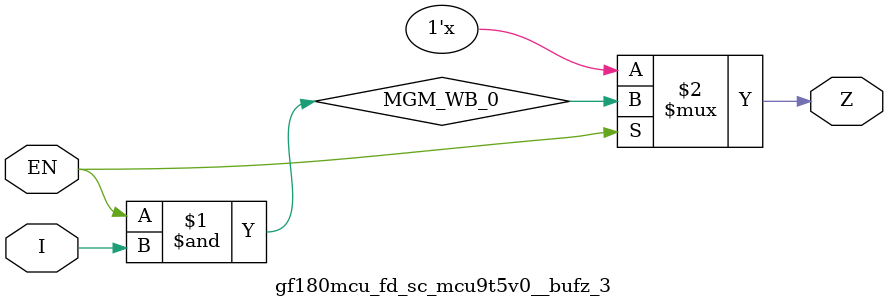
<source format=v>

module gf180mcu_fd_sc_mcu9t5v0__bufz_3( EN, I, Z );
input EN, I;
output Z;

	wire MGM_WB_0;

	wire MGM_WB_1;

	and MGM_BG_0( MGM_WB_0, EN, I );

	not MGM_BG_1( MGM_WB_1, EN );

	bufif0 MGM_BG_2( Z, MGM_WB_0,MGM_WB_1 );

endmodule

</source>
